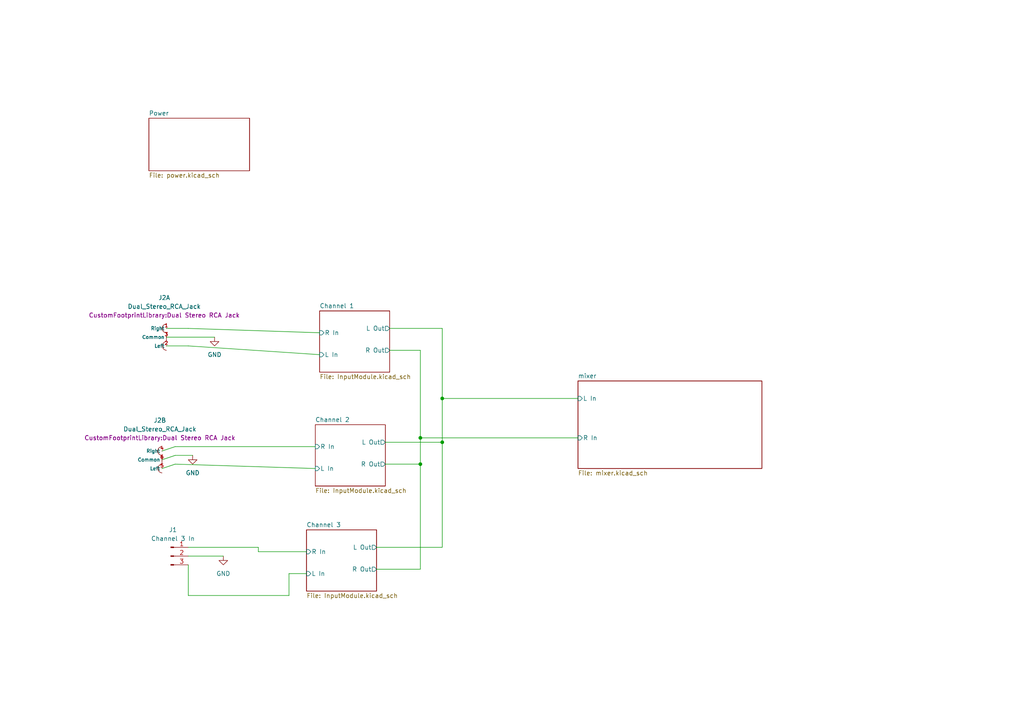
<source format=kicad_sch>
(kicad_sch (version 20211123) (generator eeschema)
  (paper "A4")
  (lib_symbols
    (symbol "Connector:Conn_01x03_Male" (pin_names (offset 1.016) hide)
      (property "Reference" "J" (at 0 5.08 0))
      (property "Value" "Conn_01x03_Male" (at 0 -5.08 0))
      (symbol "Conn_01x03_Male_1_1"
        (polyline (pts (xy 1.27 -2.54) (xy 0.8636 -2.54)) (stroke (width 0.1524)))
        (polyline (pts (xy 1.27 0) (xy 0.8636 0)) (stroke (width 0.1524)))
        (polyline (pts (xy 1.27 2.54) (xy 0.8636 2.54)) (stroke (width 0.1524)))
        (rectangle (start 0.8636 -2.413) (end 0 -2.667) (stroke (width 0.1524)) (fill (type outline)))
        (rectangle (start 0.8636 0.127) (end 0 -0.127) (stroke (width 0.1524)) (fill (type outline)))
        (rectangle (start 0.8636 2.667) (end 0 2.413) (stroke (width 0.1524)) (fill (type outline)))
        (pin passive line (at 5.08 2.54 180) (length 3.81) (name "Pin_1") (number "1"))
        (pin passive line (at 5.08 0 180) (length 3.81) (name "Pin_2") (number "2"))
        (pin passive line (at 5.08 -2.54 180) (length 3.81) (name "Pin_3") (number "3"))
      )
    )
    (symbol "CustomComponentLibrary:Dual_Stereo_RCA_Jack"
      (property "Reference" "J" (at 0 6.35 0))
      (property "Value" "Dual_Stereo_RCA_Jack" (at 0 -5.08 0))
      (property "Footprint" "CustomFootprintLibrary:Dual Stereo RCA Jack" (at 0 0 0))
      (symbol "Dual_Stereo_RCA_Jack_0_1"
        (arc (start 0 -1.27) (mid -1.1731 -2.54) (end 0 -3.81))
        (polyline (pts (xy 0 1.27) (xy 0 -1.27)))
        (arc (start 0 3.81) (mid -1.2349 2.54) (end 0 1.27))
      )
      (symbol "Dual_Stereo_RCA_Jack_1_1"
        (pin passive line (at 0 2.54 180) (length 0) (name "Right") (number "1"))
        (pin passive line (at 0 -2.54 180) (length 0) (name "Left") (number "2"))
        (pin passive line (at 0 0 180) (length 0) (name "Common") (number "3"))
      )
      (symbol "Dual_Stereo_RCA_Jack_2_1"
        (pin passive line (at 0 2.54 180) (length 0) (name "Right") (number "4"))
        (pin passive line (at 0 -2.54 180) (length 0) (name "Left") (number "5"))
        (pin passive line (at 0 0 180) (length 0) (name "Common") (number "6"))
      )
    )
    (symbol "power:GND" (power) (pin_names (offset 0))
      (property "Value" "GND" (at 0 -3.81 0))
      (symbol "GND_0_1"
        (polyline (pts (xy 0 0) (xy 0 -1.27) (xy 1.27 -1.27) (xy 0 -2.54) (xy -1.27 -1.27) (xy 0 -1.27)))
      )
      (symbol "GND_1_1"
        (pin power_in line (at 0 0 270) (length 0) hide (name "GND") (number "1"))
      )
    )
  )
  (junction (at 121.92 127))
  (junction (at 128.27 115.57))
  (junction (at 128.27 128.27))
  (junction (at 121.92 134.62))
  (wire (pts (xy 111.76 134.62) (xy 121.92 134.62)))
  (wire (pts (xy 92.71 102.87) (xy 54.61 100.33)))
  (wire (pts (xy 54.61 161.29) (xy 64.77 161.29)))
  (wire (pts (xy 54.61 172.72) (xy 83.82 172.72)))
  (wire (pts (xy 121.92 134.62) (xy 121.92 127)))
  (wire (pts (xy 128.27 158.75) (xy 128.27 128.27)))
  (wire (pts (xy 92.71 96.52) (xy 54.61 95.25)))
  (wire (pts (xy 54.61 100.33) (xy 48.26 100.33)))
  (wire (pts (xy 54.61 158.75) (xy 74.93 158.75)))
  (wire (pts (xy 113.03 101.6) (xy 121.92 101.6)))
  (wire (pts (xy 54.61 95.25) (xy 48.26 95.25)))
  (wire (pts (xy 121.92 101.6) (xy 121.92 127)))
  (wire (pts (xy 74.93 160.02) (xy 88.9 160.02)))
  (wire (pts (xy 128.27 115.57) (xy 167.64 115.57)))
  (wire (pts (xy 83.82 166.37) (xy 88.9 166.37)))
  (wire (pts (xy 128.27 128.27) (xy 128.27 115.57)))
  (wire (pts (xy 50.8 129.54) (xy 91.44 129.54)))
  (wire (pts (xy 121.92 127) (xy 167.64 127)))
  (wire (pts (xy 50.8 134.62) (xy 46.99 135.89)))
  (wire (pts (xy 109.22 165.1) (xy 121.92 165.1)))
  (wire (pts (xy 113.03 95.25) (xy 128.27 95.25)))
  (wire (pts (xy 46.99 133.35) (xy 50.8 132.08)))
  (wire (pts (xy 48.26 97.79) (xy 62.23 97.79)))
  (wire (pts (xy 83.82 172.72) (xy 83.82 166.37)))
  (wire (pts (xy 111.76 128.27) (xy 128.27 128.27)))
  (wire (pts (xy 50.8 134.62) (xy 91.44 135.89)))
  (wire (pts (xy 50.8 129.54) (xy 46.99 130.81)))
  (wire (pts (xy 74.93 158.75) (xy 74.93 160.02)))
  (wire (pts (xy 109.22 158.75) (xy 128.27 158.75)))
  (wire (pts (xy 121.92 165.1) (xy 121.92 134.62)))
  (wire (pts (xy 55.88 132.08) (xy 50.8 132.08)))
  (wire (pts (xy 54.61 163.83) (xy 54.61 172.72)))
  (wire (pts (xy 128.27 95.25) (xy 128.27 115.57)))
  (symbol (lib_id "power:GND") (at 64.77 161.29 0) (unit 1)
    (property "Reference" "#PWR03" (effects hide))
    (property "Value" "GND" (at 64.77 166.37 0))
  )
  (symbol (lib_id "CustomComponentLibrary:Dual_Stereo_RCA_Jack") (at 48.26 97.79 0) (unit 1)
    (property "Reference" "J2" (at 47.6425 86.36 0))
    (property "Value" "Dual_Stereo_RCA_Jack" (at 47.6425 88.9 0))
    (property "Footprint" "CustomFootprintLibrary:Dual Stereo RCA Jack" (at 47.6425 91.44 0))
  )
  (symbol (lib_id "power:GND") (at 62.23 97.79 0) (unit 1)
    (property "Reference" "#PWR02" (effects hide))
    (property "Value" "GND" (at 62.23 102.87 0))
  )
  (symbol (lib_id "Connector:Conn_01x03_Male") (at 49.53 161.29 0) (unit 1)
    (property "Reference" "J1" (at 50.165 153.67 0))
    (property "Value" "Channel 3 In" (at 50.165 156.21 0))
    (property "Footprint" "Connector_JST:JST_XA_B03B-XASK-1_1x03_P2.50mm_Vertical" (effects hide))
  )
  (symbol (lib_id "CustomComponentLibrary:Dual_Stereo_RCA_Jack") (at 46.99 133.35 0) (unit 2)
    (property "Reference" "J2" (at 46.3725 121.92 0))
    (property "Value" "Dual_Stereo_RCA_Jack" (at 46.3725 124.46 0))
    (property "Footprint" "CustomFootprintLibrary:Dual Stereo RCA Jack" (at 46.3725 127 0))
  )
  (symbol (lib_id "power:GND") (at 55.88 132.08 0) (unit 1)
    (property "Reference" "#PWR01" (effects hide))
    (property "Value" "GND" (at 55.88 137.16 0))
  )
  (sheet (at 92.71 90.17) (size 20.32 17.78) (stroke (width 0.1524))
    (property "Sheet name" "Channel 1" (at 92.71 89.4584 0) (effects (justify left bottom)))
    (property "Sheet file" "InputModule.kicad_sch" (at 92.71 108.5346 0) (effects (justify left top)))
    (pin "R In" input (at 92.71 96.52 180))
    (pin "L Out" output (at 113.03 95.25 0))
    (pin "R Out" output (at 113.03 101.6 0))
    (pin "L In" input (at 92.71 102.87 180))
  )
  (sheet (at 91.44 123.19) (size 20.32 17.78) (stroke (width 0.1524))
    (property "Sheet name" "Channel 2" (at 91.44 122.4784 0) (effects (justify left bottom)))
    (property "Sheet file" "InputModule.kicad_sch" (at 91.44 141.5546 0) (effects (justify left top)))
    (pin "R In" input (at 91.44 129.54 180))
    (pin "L Out" output (at 111.76 128.27 0))
    (pin "R Out" output (at 111.76 134.62 0))
    (pin "L In" input (at 91.44 135.89 180))
  )
  (sheet (at 43.18 34.29) (size 29.21 15.24) (stroke (width 0.1524))
    (property "Sheet name" "Power" (at 43.18 33.5784 0) (effects (justify left bottom)))
    (property "Sheet file" "power.kicad_sch" (at 43.18 50.1146 0) (effects (justify left top)))
  )
  (sheet (at 167.64 110.49) (size 53.34 25.4) (stroke (width 0.1524))
    (property "Sheet name" "mixer" (at 167.64 109.7784 0) (effects (justify left bottom)))
    (property "Sheet file" "mixer.kicad_sch" (at 167.64 136.4746 0) (effects (justify left top)))
    (pin "L In" input (at 167.64 115.57 180))
    (pin "R In" input (at 167.64 127 180))
  )
  (sheet (at 88.9 153.67) (size 20.32 17.78) (stroke (width 0.1524))
    (property "Sheet name" "Channel 3" (at 88.9 152.9584 0) (effects (justify left bottom)))
    (property "Sheet file" "InputModule.kicad_sch" (at 88.9 172.0346 0) (effects (justify left top)))
    (pin "R In" input (at 88.9 160.02 180))
    (pin "L Out" output (at 109.22 158.75 0))
    (pin "R Out" output (at 109.22 165.1 0))
    (pin "L In" input (at 88.9 166.37 180))
  )
)
</source>
